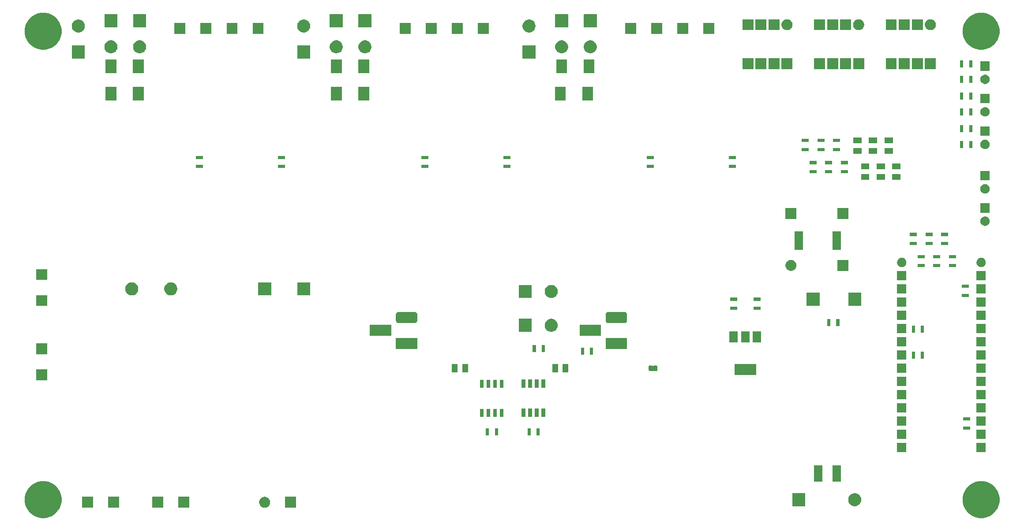
<source format=gbr>
G04 #@! TF.GenerationSoftware,KiCad,Pcbnew,(5.1.4)-1*
G04 #@! TF.CreationDate,2020-08-16T22:28:13+03:00*
G04 #@! TF.ProjectId,UAH_0,5541485f-302e-46b6-9963-61645f706362,rev?*
G04 #@! TF.SameCoordinates,Original*
G04 #@! TF.FileFunction,Soldermask,Bot*
G04 #@! TF.FilePolarity,Negative*
%FSLAX46Y46*%
G04 Gerber Fmt 4.6, Leading zero omitted, Abs format (unit mm)*
G04 Created by KiCad (PCBNEW (5.1.4)-1) date 2020-08-16 22:28:13*
%MOMM*%
%LPD*%
G04 APERTURE LIST*
%ADD10C,0.100000*%
G04 APERTURE END LIST*
D10*
G36*
X171250000Y-120250000D02*
G01*
X172750000Y-120250000D01*
X172750000Y-119250000D01*
X171250000Y-119250000D01*
X171250000Y-120250000D01*
G37*
X171250000Y-120250000D02*
X172750000Y-120250000D01*
X172750000Y-119250000D01*
X171250000Y-119250000D01*
X171250000Y-120250000D01*
G36*
X236035787Y-141585462D02*
G01*
X236035790Y-141585463D01*
X236035789Y-141585463D01*
X236682029Y-141853144D01*
X237263631Y-142241758D01*
X237758242Y-142736369D01*
X238146856Y-143317971D01*
X238146856Y-143317972D01*
X238414538Y-143964213D01*
X238551000Y-144650256D01*
X238551000Y-145349744D01*
X238414538Y-146035787D01*
X238414537Y-146035789D01*
X238146856Y-146682029D01*
X237758242Y-147263631D01*
X237263631Y-147758242D01*
X236682029Y-148146856D01*
X236225068Y-148336135D01*
X236035787Y-148414538D01*
X235349744Y-148551000D01*
X234650256Y-148551000D01*
X233964213Y-148414538D01*
X233774932Y-148336135D01*
X233317971Y-148146856D01*
X232736369Y-147758242D01*
X232241758Y-147263631D01*
X231853144Y-146682029D01*
X231585463Y-146035789D01*
X231585462Y-146035787D01*
X231449000Y-145349744D01*
X231449000Y-144650256D01*
X231585462Y-143964213D01*
X231853144Y-143317972D01*
X231853144Y-143317971D01*
X232241758Y-142736369D01*
X232736369Y-142241758D01*
X233317971Y-141853144D01*
X233964211Y-141585463D01*
X233964210Y-141585463D01*
X233964213Y-141585462D01*
X234650256Y-141449000D01*
X235349744Y-141449000D01*
X236035787Y-141585462D01*
X236035787Y-141585462D01*
G37*
G36*
X56035787Y-141585462D02*
G01*
X56035790Y-141585463D01*
X56035789Y-141585463D01*
X56682029Y-141853144D01*
X57263631Y-142241758D01*
X57758242Y-142736369D01*
X58146856Y-143317971D01*
X58146856Y-143317972D01*
X58414538Y-143964213D01*
X58551000Y-144650256D01*
X58551000Y-145349744D01*
X58414538Y-146035787D01*
X58414537Y-146035789D01*
X58146856Y-146682029D01*
X57758242Y-147263631D01*
X57263631Y-147758242D01*
X56682029Y-148146856D01*
X56225068Y-148336135D01*
X56035787Y-148414538D01*
X55349744Y-148551000D01*
X54650256Y-148551000D01*
X53964213Y-148414538D01*
X53774932Y-148336135D01*
X53317971Y-148146856D01*
X52736369Y-147758242D01*
X52241758Y-147263631D01*
X51853144Y-146682029D01*
X51585463Y-146035789D01*
X51585462Y-146035787D01*
X51449000Y-145349744D01*
X51449000Y-144650256D01*
X51585462Y-143964213D01*
X51853144Y-143317972D01*
X51853144Y-143317971D01*
X52241758Y-142736369D01*
X52736369Y-142241758D01*
X53317971Y-141853144D01*
X53964211Y-141585463D01*
X53964210Y-141585463D01*
X53964213Y-141585462D01*
X54650256Y-141449000D01*
X55349744Y-141449000D01*
X56035787Y-141585462D01*
X56035787Y-141585462D01*
G37*
G36*
X69551000Y-146551000D02*
G01*
X67449000Y-146551000D01*
X67449000Y-144449000D01*
X69551000Y-144449000D01*
X69551000Y-146551000D01*
X69551000Y-146551000D01*
G37*
G36*
X78051000Y-146551000D02*
G01*
X75949000Y-146551000D01*
X75949000Y-144449000D01*
X78051000Y-144449000D01*
X78051000Y-146551000D01*
X78051000Y-146551000D01*
G37*
G36*
X97806564Y-144489389D02*
G01*
X97997833Y-144568615D01*
X97997835Y-144568616D01*
X98097331Y-144635097D01*
X98169973Y-144683635D01*
X98316365Y-144830027D01*
X98431385Y-145002167D01*
X98510611Y-145193436D01*
X98551000Y-145396484D01*
X98551000Y-145603516D01*
X98510611Y-145806564D01*
X98442203Y-145971715D01*
X98431384Y-145997835D01*
X98316365Y-146169973D01*
X98169973Y-146316365D01*
X97997835Y-146431384D01*
X97997834Y-146431385D01*
X97997833Y-146431385D01*
X97806564Y-146510611D01*
X97603516Y-146551000D01*
X97396484Y-146551000D01*
X97193436Y-146510611D01*
X97002167Y-146431385D01*
X97002166Y-146431385D01*
X97002165Y-146431384D01*
X96830027Y-146316365D01*
X96683635Y-146169973D01*
X96568616Y-145997835D01*
X96557797Y-145971715D01*
X96489389Y-145806564D01*
X96449000Y-145603516D01*
X96449000Y-145396484D01*
X96489389Y-145193436D01*
X96568615Y-145002167D01*
X96683635Y-144830027D01*
X96830027Y-144683635D01*
X96902669Y-144635097D01*
X97002165Y-144568616D01*
X97002167Y-144568615D01*
X97193436Y-144489389D01*
X97396484Y-144449000D01*
X97603516Y-144449000D01*
X97806564Y-144489389D01*
X97806564Y-144489389D01*
G37*
G36*
X103551000Y-146551000D02*
G01*
X101449000Y-146551000D01*
X101449000Y-144449000D01*
X103551000Y-144449000D01*
X103551000Y-146551000D01*
X103551000Y-146551000D01*
G37*
G36*
X64551000Y-146551000D02*
G01*
X62449000Y-146551000D01*
X62449000Y-144449000D01*
X64551000Y-144449000D01*
X64551000Y-146551000D01*
X64551000Y-146551000D01*
G37*
G36*
X83051000Y-146551000D02*
G01*
X80949000Y-146551000D01*
X80949000Y-144449000D01*
X83051000Y-144449000D01*
X83051000Y-146551000D01*
X83051000Y-146551000D01*
G37*
G36*
X201251000Y-146251000D02*
G01*
X198749000Y-146251000D01*
X198749000Y-143749000D01*
X201251000Y-143749000D01*
X201251000Y-146251000D01*
X201251000Y-146251000D01*
G37*
G36*
X211114903Y-143797075D02*
G01*
X211342571Y-143891378D01*
X211547466Y-144028285D01*
X211721715Y-144202534D01*
X211858622Y-144407429D01*
X211952925Y-144635097D01*
X212001000Y-144876787D01*
X212001000Y-145123213D01*
X211952925Y-145364903D01*
X211858622Y-145592571D01*
X211721715Y-145797466D01*
X211547466Y-145971715D01*
X211342571Y-146108622D01*
X211342570Y-146108623D01*
X211342569Y-146108623D01*
X211114903Y-146202925D01*
X210873214Y-146251000D01*
X210626786Y-146251000D01*
X210385097Y-146202925D01*
X210157431Y-146108623D01*
X210157430Y-146108623D01*
X210157429Y-146108622D01*
X209952534Y-145971715D01*
X209778285Y-145797466D01*
X209641378Y-145592571D01*
X209547075Y-145364903D01*
X209499000Y-145123213D01*
X209499000Y-144876787D01*
X209547075Y-144635097D01*
X209641378Y-144407429D01*
X209778285Y-144202534D01*
X209952534Y-144028285D01*
X210157429Y-143891378D01*
X210385097Y-143797075D01*
X210626786Y-143749000D01*
X210873214Y-143749000D01*
X211114903Y-143797075D01*
X211114903Y-143797075D01*
G37*
G36*
X204551000Y-141551000D02*
G01*
X202949000Y-141551000D01*
X202949000Y-138449000D01*
X204551000Y-138449000D01*
X204551000Y-141551000D01*
X204551000Y-141551000D01*
G37*
G36*
X208051000Y-141551000D02*
G01*
X206449000Y-141551000D01*
X206449000Y-138449000D01*
X208051000Y-138449000D01*
X208051000Y-141551000D01*
X208051000Y-141551000D01*
G37*
G36*
X235901000Y-135901000D02*
G01*
X234099000Y-135901000D01*
X234099000Y-134099000D01*
X235901000Y-134099000D01*
X235901000Y-135901000D01*
X235901000Y-135901000D01*
G37*
G36*
X220661000Y-135901000D02*
G01*
X218859000Y-135901000D01*
X218859000Y-134099000D01*
X220661000Y-134099000D01*
X220661000Y-135901000D01*
X220661000Y-135901000D01*
G37*
G36*
X235901000Y-133361000D02*
G01*
X234099000Y-133361000D01*
X234099000Y-131559000D01*
X235901000Y-131559000D01*
X235901000Y-133361000D01*
X235901000Y-133361000D01*
G37*
G36*
X220661000Y-133361000D02*
G01*
X218859000Y-133361000D01*
X218859000Y-131559000D01*
X220661000Y-131559000D01*
X220661000Y-133361000D01*
X220661000Y-133361000D01*
G37*
G36*
X150301000Y-132676000D02*
G01*
X149699000Y-132676000D01*
X149699000Y-131324000D01*
X150301000Y-131324000D01*
X150301000Y-132676000D01*
X150301000Y-132676000D01*
G37*
G36*
X148551000Y-132676000D02*
G01*
X147949000Y-132676000D01*
X147949000Y-131324000D01*
X148551000Y-131324000D01*
X148551000Y-132676000D01*
X148551000Y-132676000D01*
G37*
G36*
X142301000Y-132676000D02*
G01*
X141699000Y-132676000D01*
X141699000Y-131324000D01*
X142301000Y-131324000D01*
X142301000Y-132676000D01*
X142301000Y-132676000D01*
G37*
G36*
X140551000Y-132676000D02*
G01*
X139949000Y-132676000D01*
X139949000Y-131324000D01*
X140551000Y-131324000D01*
X140551000Y-132676000D01*
X140551000Y-132676000D01*
G37*
G36*
X232926000Y-131551000D02*
G01*
X231574000Y-131551000D01*
X231574000Y-130949000D01*
X232926000Y-130949000D01*
X232926000Y-131551000D01*
X232926000Y-131551000D01*
G37*
G36*
X235901000Y-130821000D02*
G01*
X234099000Y-130821000D01*
X234099000Y-129019000D01*
X235901000Y-129019000D01*
X235901000Y-130821000D01*
X235901000Y-130821000D01*
G37*
G36*
X220661000Y-130821000D02*
G01*
X218859000Y-130821000D01*
X218859000Y-129019000D01*
X220661000Y-129019000D01*
X220661000Y-130821000D01*
X220661000Y-130821000D01*
G37*
G36*
X232926000Y-129801000D02*
G01*
X231574000Y-129801000D01*
X231574000Y-129199000D01*
X232926000Y-129199000D01*
X232926000Y-129801000D01*
X232926000Y-129801000D01*
G37*
G36*
X139545800Y-129125600D02*
G01*
X138834200Y-129125600D01*
X138834200Y-127550400D01*
X139545800Y-127550400D01*
X139545800Y-129125600D01*
X139545800Y-129125600D01*
G37*
G36*
X143355800Y-129125600D02*
G01*
X142644200Y-129125600D01*
X142644200Y-127550400D01*
X143355800Y-127550400D01*
X143355800Y-129125600D01*
X143355800Y-129125600D01*
G37*
G36*
X140815800Y-129125600D02*
G01*
X140104200Y-129125600D01*
X140104200Y-127550400D01*
X140815800Y-127550400D01*
X140815800Y-129125600D01*
X140815800Y-129125600D01*
G37*
G36*
X142085800Y-129125600D02*
G01*
X141374200Y-129125600D01*
X141374200Y-127550400D01*
X142085800Y-127550400D01*
X142085800Y-129125600D01*
X142085800Y-129125600D01*
G37*
G36*
X151355800Y-129081600D02*
G01*
X150644200Y-129081600D01*
X150644200Y-127506400D01*
X151355800Y-127506400D01*
X151355800Y-129081600D01*
X151355800Y-129081600D01*
G37*
G36*
X150085800Y-129081600D02*
G01*
X149374200Y-129081600D01*
X149374200Y-127506400D01*
X150085800Y-127506400D01*
X150085800Y-129081600D01*
X150085800Y-129081600D01*
G37*
G36*
X148815800Y-129081600D02*
G01*
X148104200Y-129081600D01*
X148104200Y-127506400D01*
X148815800Y-127506400D01*
X148815800Y-129081600D01*
X148815800Y-129081600D01*
G37*
G36*
X147545800Y-129081600D02*
G01*
X146834200Y-129081600D01*
X146834200Y-127506400D01*
X147545800Y-127506400D01*
X147545800Y-129081600D01*
X147545800Y-129081600D01*
G37*
G36*
X220661000Y-128281000D02*
G01*
X218859000Y-128281000D01*
X218859000Y-126479000D01*
X220661000Y-126479000D01*
X220661000Y-128281000D01*
X220661000Y-128281000D01*
G37*
G36*
X235901000Y-128281000D02*
G01*
X234099000Y-128281000D01*
X234099000Y-126479000D01*
X235901000Y-126479000D01*
X235901000Y-128281000D01*
X235901000Y-128281000D01*
G37*
G36*
X235901000Y-125741000D02*
G01*
X234099000Y-125741000D01*
X234099000Y-123939000D01*
X235901000Y-123939000D01*
X235901000Y-125741000D01*
X235901000Y-125741000D01*
G37*
G36*
X220661000Y-125741000D02*
G01*
X218859000Y-125741000D01*
X218859000Y-123939000D01*
X220661000Y-123939000D01*
X220661000Y-125741000D01*
X220661000Y-125741000D01*
G37*
G36*
X142085800Y-123537600D02*
G01*
X141374200Y-123537600D01*
X141374200Y-121962400D01*
X142085800Y-121962400D01*
X142085800Y-123537600D01*
X142085800Y-123537600D01*
G37*
G36*
X139545800Y-123537600D02*
G01*
X138834200Y-123537600D01*
X138834200Y-121962400D01*
X139545800Y-121962400D01*
X139545800Y-123537600D01*
X139545800Y-123537600D01*
G37*
G36*
X143355800Y-123537600D02*
G01*
X142644200Y-123537600D01*
X142644200Y-121962400D01*
X143355800Y-121962400D01*
X143355800Y-123537600D01*
X143355800Y-123537600D01*
G37*
G36*
X140815800Y-123537600D02*
G01*
X140104200Y-123537600D01*
X140104200Y-121962400D01*
X140815800Y-121962400D01*
X140815800Y-123537600D01*
X140815800Y-123537600D01*
G37*
G36*
X151355800Y-123493600D02*
G01*
X150644200Y-123493600D01*
X150644200Y-121918400D01*
X151355800Y-121918400D01*
X151355800Y-123493600D01*
X151355800Y-123493600D01*
G37*
G36*
X150085800Y-123493600D02*
G01*
X149374200Y-123493600D01*
X149374200Y-121918400D01*
X150085800Y-121918400D01*
X150085800Y-123493600D01*
X150085800Y-123493600D01*
G37*
G36*
X148815800Y-123493600D02*
G01*
X148104200Y-123493600D01*
X148104200Y-121918400D01*
X148815800Y-121918400D01*
X148815800Y-123493600D01*
X148815800Y-123493600D01*
G37*
G36*
X147545800Y-123493600D02*
G01*
X146834200Y-123493600D01*
X146834200Y-121918400D01*
X147545800Y-121918400D01*
X147545800Y-123493600D01*
X147545800Y-123493600D01*
G37*
G36*
X220661000Y-123201000D02*
G01*
X218859000Y-123201000D01*
X218859000Y-121399000D01*
X220661000Y-121399000D01*
X220661000Y-123201000D01*
X220661000Y-123201000D01*
G37*
G36*
X235901000Y-123201000D02*
G01*
X234099000Y-123201000D01*
X234099000Y-121399000D01*
X235901000Y-121399000D01*
X235901000Y-123201000D01*
X235901000Y-123201000D01*
G37*
G36*
X55801000Y-122051000D02*
G01*
X53699000Y-122051000D01*
X53699000Y-119949000D01*
X55801000Y-119949000D01*
X55801000Y-122051000D01*
X55801000Y-122051000D01*
G37*
G36*
X191801000Y-121051000D02*
G01*
X187699000Y-121051000D01*
X187699000Y-118949000D01*
X191801000Y-118949000D01*
X191801000Y-121051000D01*
X191801000Y-121051000D01*
G37*
G36*
X220661000Y-120661000D02*
G01*
X218859000Y-120661000D01*
X218859000Y-118859000D01*
X220661000Y-118859000D01*
X220661000Y-120661000D01*
X220661000Y-120661000D01*
G37*
G36*
X235901000Y-120661000D02*
G01*
X234099000Y-120661000D01*
X234099000Y-118859000D01*
X235901000Y-118859000D01*
X235901000Y-120661000D01*
X235901000Y-120661000D01*
G37*
G36*
X136551000Y-120551000D02*
G01*
X135449000Y-120551000D01*
X135449000Y-118949000D01*
X136551000Y-118949000D01*
X136551000Y-120551000D01*
X136551000Y-120551000D01*
G37*
G36*
X134551000Y-120551000D02*
G01*
X133449000Y-120551000D01*
X133449000Y-118949000D01*
X134551000Y-118949000D01*
X134551000Y-120551000D01*
X134551000Y-120551000D01*
G37*
G36*
X153801000Y-120551000D02*
G01*
X152699000Y-120551000D01*
X152699000Y-118949000D01*
X153801000Y-118949000D01*
X153801000Y-120551000D01*
X153801000Y-120551000D01*
G37*
G36*
X155801000Y-120551000D02*
G01*
X154699000Y-120551000D01*
X154699000Y-118949000D01*
X155801000Y-118949000D01*
X155801000Y-120551000D01*
X155801000Y-120551000D01*
G37*
G36*
X171559003Y-119203355D02*
G01*
X171587374Y-119211961D01*
X171615744Y-119220567D01*
X171668035Y-119248517D01*
X171713869Y-119286131D01*
X171751483Y-119331964D01*
X171751485Y-119331968D01*
X171751486Y-119331969D01*
X171779432Y-119384253D01*
X171796645Y-119440996D01*
X171801000Y-119485214D01*
X171801000Y-120014786D01*
X171796645Y-120059004D01*
X171796644Y-120059006D01*
X171779433Y-120115745D01*
X171751483Y-120168036D01*
X171713869Y-120213869D01*
X171668036Y-120251483D01*
X171668032Y-120251485D01*
X171668031Y-120251486D01*
X171615747Y-120279432D01*
X171615745Y-120279433D01*
X171587375Y-120288039D01*
X171559004Y-120296645D01*
X171500000Y-120302456D01*
X171440997Y-120296645D01*
X171412626Y-120288039D01*
X171384256Y-120279433D01*
X171384254Y-120279432D01*
X171331970Y-120251486D01*
X171331969Y-120251485D01*
X171331965Y-120251483D01*
X171286132Y-120213869D01*
X171248518Y-120168036D01*
X171220568Y-120115745D01*
X171203357Y-120059006D01*
X171203356Y-120059004D01*
X171199001Y-120014786D01*
X171199000Y-119485215D01*
X171203355Y-119440997D01*
X171220568Y-119384254D01*
X171248516Y-119331967D01*
X171248517Y-119331965D01*
X171286131Y-119286131D01*
X171331964Y-119248517D01*
X171331968Y-119248515D01*
X171331969Y-119248514D01*
X171384253Y-119220568D01*
X171384255Y-119220567D01*
X171412625Y-119211961D01*
X171440996Y-119203355D01*
X171500000Y-119197544D01*
X171559003Y-119203355D01*
X171559003Y-119203355D01*
G37*
G36*
X172559003Y-119203355D02*
G01*
X172587374Y-119211961D01*
X172615744Y-119220567D01*
X172668035Y-119248517D01*
X172713869Y-119286131D01*
X172751483Y-119331964D01*
X172751485Y-119331968D01*
X172751486Y-119331969D01*
X172779432Y-119384253D01*
X172796645Y-119440996D01*
X172801000Y-119485214D01*
X172801000Y-120014786D01*
X172796645Y-120059004D01*
X172796644Y-120059006D01*
X172779433Y-120115745D01*
X172751483Y-120168036D01*
X172713869Y-120213869D01*
X172668036Y-120251483D01*
X172668032Y-120251485D01*
X172668031Y-120251486D01*
X172615747Y-120279432D01*
X172615745Y-120279433D01*
X172587375Y-120288039D01*
X172559004Y-120296645D01*
X172500000Y-120302456D01*
X172440997Y-120296645D01*
X172412626Y-120288039D01*
X172384256Y-120279433D01*
X172384254Y-120279432D01*
X172331970Y-120251486D01*
X172331969Y-120251485D01*
X172331965Y-120251483D01*
X172286132Y-120213869D01*
X172248518Y-120168036D01*
X172220568Y-120115745D01*
X172203357Y-120059006D01*
X172203356Y-120059004D01*
X172199001Y-120014786D01*
X172199000Y-119485215D01*
X172203355Y-119440997D01*
X172220568Y-119384254D01*
X172248516Y-119331967D01*
X172248517Y-119331965D01*
X172286131Y-119286131D01*
X172331964Y-119248517D01*
X172331968Y-119248515D01*
X172331969Y-119248514D01*
X172384253Y-119220568D01*
X172384255Y-119220567D01*
X172412625Y-119211961D01*
X172440996Y-119203355D01*
X172500000Y-119197544D01*
X172559003Y-119203355D01*
X172559003Y-119203355D01*
G37*
G36*
X220661000Y-118121000D02*
G01*
X218859000Y-118121000D01*
X218859000Y-116319000D01*
X220661000Y-116319000D01*
X220661000Y-118121000D01*
X220661000Y-118121000D01*
G37*
G36*
X235901000Y-118121000D02*
G01*
X234099000Y-118121000D01*
X234099000Y-116319000D01*
X235901000Y-116319000D01*
X235901000Y-118121000D01*
X235901000Y-118121000D01*
G37*
G36*
X222301000Y-117926000D02*
G01*
X221699000Y-117926000D01*
X221699000Y-116574000D01*
X222301000Y-116574000D01*
X222301000Y-117926000D01*
X222301000Y-117926000D01*
G37*
G36*
X224051000Y-117926000D02*
G01*
X223449000Y-117926000D01*
X223449000Y-116574000D01*
X224051000Y-116574000D01*
X224051000Y-117926000D01*
X224051000Y-117926000D01*
G37*
G36*
X160551000Y-117176000D02*
G01*
X159949000Y-117176000D01*
X159949000Y-115824000D01*
X160551000Y-115824000D01*
X160551000Y-117176000D01*
X160551000Y-117176000D01*
G37*
G36*
X158801000Y-117176000D02*
G01*
X158199000Y-117176000D01*
X158199000Y-115824000D01*
X158801000Y-115824000D01*
X158801000Y-117176000D01*
X158801000Y-117176000D01*
G37*
G36*
X55801000Y-117051000D02*
G01*
X53699000Y-117051000D01*
X53699000Y-114949000D01*
X55801000Y-114949000D01*
X55801000Y-117051000D01*
X55801000Y-117051000D01*
G37*
G36*
X149551000Y-116676000D02*
G01*
X148949000Y-116676000D01*
X148949000Y-115324000D01*
X149551000Y-115324000D01*
X149551000Y-116676000D01*
X149551000Y-116676000D01*
G37*
G36*
X151301000Y-116676000D02*
G01*
X150699000Y-116676000D01*
X150699000Y-115324000D01*
X151301000Y-115324000D01*
X151301000Y-116676000D01*
X151301000Y-116676000D01*
G37*
G36*
X126801000Y-116051000D02*
G01*
X122699000Y-116051000D01*
X122699000Y-113949000D01*
X126801000Y-113949000D01*
X126801000Y-116051000D01*
X126801000Y-116051000D01*
G37*
G36*
X167051000Y-116051000D02*
G01*
X162949000Y-116051000D01*
X162949000Y-113949000D01*
X167051000Y-113949000D01*
X167051000Y-116051000D01*
X167051000Y-116051000D01*
G37*
G36*
X220661000Y-115581000D02*
G01*
X218859000Y-115581000D01*
X218859000Y-113779000D01*
X220661000Y-113779000D01*
X220661000Y-115581000D01*
X220661000Y-115581000D01*
G37*
G36*
X235901000Y-115581000D02*
G01*
X234099000Y-115581000D01*
X234099000Y-113779000D01*
X235901000Y-113779000D01*
X235901000Y-115581000D01*
X235901000Y-115581000D01*
G37*
G36*
X190551000Y-114801000D02*
G01*
X188949000Y-114801000D01*
X188949000Y-112699000D01*
X190551000Y-112699000D01*
X190551000Y-114801000D01*
X190551000Y-114801000D01*
G37*
G36*
X188301000Y-114801000D02*
G01*
X186699000Y-114801000D01*
X186699000Y-112699000D01*
X188301000Y-112699000D01*
X188301000Y-114801000D01*
X188301000Y-114801000D01*
G37*
G36*
X192801000Y-114801000D02*
G01*
X191199000Y-114801000D01*
X191199000Y-112699000D01*
X192801000Y-112699000D01*
X192801000Y-114801000D01*
X192801000Y-114801000D01*
G37*
G36*
X162051000Y-113551000D02*
G01*
X157949000Y-113551000D01*
X157949000Y-111449000D01*
X162051000Y-111449000D01*
X162051000Y-113551000D01*
X162051000Y-113551000D01*
G37*
G36*
X121801000Y-113551000D02*
G01*
X117699000Y-113551000D01*
X117699000Y-111449000D01*
X121801000Y-111449000D01*
X121801000Y-113551000D01*
X121801000Y-113551000D01*
G37*
G36*
X235901000Y-113041000D02*
G01*
X234099000Y-113041000D01*
X234099000Y-111239000D01*
X235901000Y-111239000D01*
X235901000Y-113041000D01*
X235901000Y-113041000D01*
G37*
G36*
X220661000Y-113041000D02*
G01*
X218859000Y-113041000D01*
X218859000Y-111239000D01*
X220661000Y-111239000D01*
X220661000Y-113041000D01*
X220661000Y-113041000D01*
G37*
G36*
X224051000Y-112926000D02*
G01*
X223449000Y-112926000D01*
X223449000Y-111574000D01*
X224051000Y-111574000D01*
X224051000Y-112926000D01*
X224051000Y-112926000D01*
G37*
G36*
X222301000Y-112926000D02*
G01*
X221699000Y-112926000D01*
X221699000Y-111574000D01*
X222301000Y-111574000D01*
X222301000Y-112926000D01*
X222301000Y-112926000D01*
G37*
G36*
X148751000Y-112751000D02*
G01*
X146249000Y-112751000D01*
X146249000Y-110249000D01*
X148751000Y-110249000D01*
X148751000Y-112751000D01*
X148751000Y-112751000D01*
G37*
G36*
X152864903Y-110297075D02*
G01*
X153092571Y-110391378D01*
X153297466Y-110528285D01*
X153471715Y-110702534D01*
X153471716Y-110702536D01*
X153608623Y-110907431D01*
X153668091Y-111051000D01*
X153702925Y-111135097D01*
X153751000Y-111376787D01*
X153751000Y-111623213D01*
X153702925Y-111864903D01*
X153608622Y-112092571D01*
X153471715Y-112297466D01*
X153297466Y-112471715D01*
X153092571Y-112608622D01*
X153092570Y-112608623D01*
X153092569Y-112608623D01*
X152864903Y-112702925D01*
X152623214Y-112751000D01*
X152376786Y-112751000D01*
X152135097Y-112702925D01*
X151907431Y-112608623D01*
X151907430Y-112608623D01*
X151907429Y-112608622D01*
X151702534Y-112471715D01*
X151528285Y-112297466D01*
X151391378Y-112092571D01*
X151297075Y-111864903D01*
X151249000Y-111623213D01*
X151249000Y-111376787D01*
X151297075Y-111135097D01*
X151331909Y-111051000D01*
X151391377Y-110907431D01*
X151528284Y-110702536D01*
X151528285Y-110702534D01*
X151702534Y-110528285D01*
X151907429Y-110391378D01*
X152135097Y-110297075D01*
X152376786Y-110249000D01*
X152623214Y-110249000D01*
X152864903Y-110297075D01*
X152864903Y-110297075D01*
G37*
G36*
X207801000Y-111676000D02*
G01*
X207199000Y-111676000D01*
X207199000Y-110324000D01*
X207801000Y-110324000D01*
X207801000Y-111676000D01*
X207801000Y-111676000D01*
G37*
G36*
X206051000Y-111676000D02*
G01*
X205449000Y-111676000D01*
X205449000Y-110324000D01*
X206051000Y-110324000D01*
X206051000Y-111676000D01*
X206051000Y-111676000D01*
G37*
G36*
X126428210Y-108958489D02*
G01*
X126514950Y-108984802D01*
X126594889Y-109027530D01*
X126664962Y-109085038D01*
X126722470Y-109155111D01*
X126765198Y-109235050D01*
X126791511Y-109321790D01*
X126801000Y-109418140D01*
X126801000Y-110581860D01*
X126791511Y-110678210D01*
X126765198Y-110764950D01*
X126722470Y-110844889D01*
X126664962Y-110914962D01*
X126594889Y-110972470D01*
X126514950Y-111015198D01*
X126428210Y-111041511D01*
X126331860Y-111051000D01*
X123168140Y-111051000D01*
X123071790Y-111041511D01*
X122985050Y-111015198D01*
X122905111Y-110972470D01*
X122835038Y-110914962D01*
X122777530Y-110844889D01*
X122734802Y-110764950D01*
X122708489Y-110678210D01*
X122699000Y-110581860D01*
X122699000Y-109418140D01*
X122708489Y-109321790D01*
X122734802Y-109235050D01*
X122777530Y-109155111D01*
X122835038Y-109085038D01*
X122905111Y-109027530D01*
X122985050Y-108984802D01*
X123071790Y-108958489D01*
X123168140Y-108949000D01*
X126331860Y-108949000D01*
X126428210Y-108958489D01*
X126428210Y-108958489D01*
G37*
G36*
X166678210Y-108958489D02*
G01*
X166764950Y-108984802D01*
X166844889Y-109027530D01*
X166914962Y-109085038D01*
X166972470Y-109155111D01*
X167015198Y-109235050D01*
X167041511Y-109321790D01*
X167051000Y-109418140D01*
X167051000Y-110581860D01*
X167041511Y-110678210D01*
X167015198Y-110764950D01*
X166972470Y-110844889D01*
X166914962Y-110914962D01*
X166844889Y-110972470D01*
X166764950Y-111015198D01*
X166678210Y-111041511D01*
X166581860Y-111051000D01*
X163418140Y-111051000D01*
X163321790Y-111041511D01*
X163235050Y-111015198D01*
X163155111Y-110972470D01*
X163085038Y-110914962D01*
X163027530Y-110844889D01*
X162984802Y-110764950D01*
X162958489Y-110678210D01*
X162949000Y-110581860D01*
X162949000Y-109418140D01*
X162958489Y-109321790D01*
X162984802Y-109235050D01*
X163027530Y-109155111D01*
X163085038Y-109085038D01*
X163155111Y-109027530D01*
X163235050Y-108984802D01*
X163321790Y-108958489D01*
X163418140Y-108949000D01*
X166581860Y-108949000D01*
X166678210Y-108958489D01*
X166678210Y-108958489D01*
G37*
G36*
X220661000Y-110501000D02*
G01*
X218859000Y-110501000D01*
X218859000Y-108699000D01*
X220661000Y-108699000D01*
X220661000Y-110501000D01*
X220661000Y-110501000D01*
G37*
G36*
X235901000Y-110501000D02*
G01*
X234099000Y-110501000D01*
X234099000Y-108699000D01*
X235901000Y-108699000D01*
X235901000Y-110501000D01*
X235901000Y-110501000D01*
G37*
G36*
X192676000Y-108551000D02*
G01*
X191324000Y-108551000D01*
X191324000Y-107949000D01*
X192676000Y-107949000D01*
X192676000Y-108551000D01*
X192676000Y-108551000D01*
G37*
G36*
X188176000Y-108551000D02*
G01*
X186824000Y-108551000D01*
X186824000Y-107949000D01*
X188176000Y-107949000D01*
X188176000Y-108551000D01*
X188176000Y-108551000D01*
G37*
G36*
X220661000Y-107961000D02*
G01*
X218859000Y-107961000D01*
X218859000Y-106159000D01*
X220661000Y-106159000D01*
X220661000Y-107961000D01*
X220661000Y-107961000D01*
G37*
G36*
X235901000Y-107961000D02*
G01*
X234099000Y-107961000D01*
X234099000Y-106159000D01*
X235901000Y-106159000D01*
X235901000Y-107961000D01*
X235901000Y-107961000D01*
G37*
G36*
X55801000Y-107801000D02*
G01*
X53699000Y-107801000D01*
X53699000Y-105699000D01*
X55801000Y-105699000D01*
X55801000Y-107801000D01*
X55801000Y-107801000D01*
G37*
G36*
X212001000Y-107751000D02*
G01*
X209499000Y-107751000D01*
X209499000Y-105249000D01*
X212001000Y-105249000D01*
X212001000Y-107751000D01*
X212001000Y-107751000D01*
G37*
G36*
X204001000Y-107751000D02*
G01*
X201499000Y-107751000D01*
X201499000Y-105249000D01*
X204001000Y-105249000D01*
X204001000Y-107751000D01*
X204001000Y-107751000D01*
G37*
G36*
X192676000Y-106801000D02*
G01*
X191324000Y-106801000D01*
X191324000Y-106199000D01*
X192676000Y-106199000D01*
X192676000Y-106801000D01*
X192676000Y-106801000D01*
G37*
G36*
X188176000Y-106801000D02*
G01*
X186824000Y-106801000D01*
X186824000Y-106199000D01*
X188176000Y-106199000D01*
X188176000Y-106801000D01*
X188176000Y-106801000D01*
G37*
G36*
X148751000Y-106251000D02*
G01*
X146249000Y-106251000D01*
X146249000Y-103749000D01*
X148751000Y-103749000D01*
X148751000Y-106251000D01*
X148751000Y-106251000D01*
G37*
G36*
X152864903Y-103797075D02*
G01*
X153092571Y-103891378D01*
X153297466Y-104028285D01*
X153471715Y-104202534D01*
X153608622Y-104407429D01*
X153608623Y-104407431D01*
X153702925Y-104635097D01*
X153751000Y-104876786D01*
X153751000Y-105123214D01*
X153716339Y-105297464D01*
X153702925Y-105364903D01*
X153608622Y-105592571D01*
X153471715Y-105797466D01*
X153297466Y-105971715D01*
X153092571Y-106108622D01*
X153092570Y-106108623D01*
X153092569Y-106108623D01*
X152864903Y-106202925D01*
X152623214Y-106251000D01*
X152376786Y-106251000D01*
X152135097Y-106202925D01*
X151907431Y-106108623D01*
X151907430Y-106108623D01*
X151907429Y-106108622D01*
X151702534Y-105971715D01*
X151528285Y-105797466D01*
X151391378Y-105592571D01*
X151297075Y-105364903D01*
X151283661Y-105297464D01*
X151249000Y-105123214D01*
X151249000Y-104876786D01*
X151297075Y-104635097D01*
X151391377Y-104407431D01*
X151391378Y-104407429D01*
X151528285Y-104202534D01*
X151702534Y-104028285D01*
X151907429Y-103891378D01*
X152135097Y-103797075D01*
X152376786Y-103749000D01*
X152623214Y-103749000D01*
X152864903Y-103797075D01*
X152864903Y-103797075D01*
G37*
G36*
X232676000Y-106051000D02*
G01*
X231324000Y-106051000D01*
X231324000Y-105449000D01*
X232676000Y-105449000D01*
X232676000Y-106051000D01*
X232676000Y-106051000D01*
G37*
G36*
X79864903Y-103297075D02*
G01*
X80092571Y-103391378D01*
X80297466Y-103528285D01*
X80471715Y-103702534D01*
X80597896Y-103891377D01*
X80608623Y-103907431D01*
X80702925Y-104135097D01*
X80751000Y-104376786D01*
X80751000Y-104623214D01*
X80702925Y-104864903D01*
X80698003Y-104876787D01*
X80608622Y-105092571D01*
X80471715Y-105297466D01*
X80297466Y-105471715D01*
X80092571Y-105608622D01*
X80092570Y-105608623D01*
X80092569Y-105608623D01*
X79864903Y-105702925D01*
X79623214Y-105751000D01*
X79376786Y-105751000D01*
X79135097Y-105702925D01*
X78907431Y-105608623D01*
X78907430Y-105608623D01*
X78907429Y-105608622D01*
X78702534Y-105471715D01*
X78528285Y-105297466D01*
X78391378Y-105092571D01*
X78301998Y-104876787D01*
X78297075Y-104864903D01*
X78249000Y-104623214D01*
X78249000Y-104376786D01*
X78297075Y-104135097D01*
X78391377Y-103907431D01*
X78402104Y-103891377D01*
X78528285Y-103702534D01*
X78702534Y-103528285D01*
X78907429Y-103391378D01*
X79135097Y-103297075D01*
X79376786Y-103249000D01*
X79623214Y-103249000D01*
X79864903Y-103297075D01*
X79864903Y-103297075D01*
G37*
G36*
X72364903Y-103297075D02*
G01*
X72592571Y-103391378D01*
X72797466Y-103528285D01*
X72971715Y-103702534D01*
X73097896Y-103891377D01*
X73108623Y-103907431D01*
X73202925Y-104135097D01*
X73251000Y-104376786D01*
X73251000Y-104623214D01*
X73202925Y-104864903D01*
X73198003Y-104876787D01*
X73108622Y-105092571D01*
X72971715Y-105297466D01*
X72797466Y-105471715D01*
X72592571Y-105608622D01*
X72592570Y-105608623D01*
X72592569Y-105608623D01*
X72364903Y-105702925D01*
X72123214Y-105751000D01*
X71876786Y-105751000D01*
X71635097Y-105702925D01*
X71407431Y-105608623D01*
X71407430Y-105608623D01*
X71407429Y-105608622D01*
X71202534Y-105471715D01*
X71028285Y-105297466D01*
X70891378Y-105092571D01*
X70801998Y-104876787D01*
X70797075Y-104864903D01*
X70749000Y-104623214D01*
X70749000Y-104376786D01*
X70797075Y-104135097D01*
X70891377Y-103907431D01*
X70902104Y-103891377D01*
X71028285Y-103702534D01*
X71202534Y-103528285D01*
X71407429Y-103391378D01*
X71635097Y-103297075D01*
X71876786Y-103249000D01*
X72123214Y-103249000D01*
X72364903Y-103297075D01*
X72364903Y-103297075D01*
G37*
G36*
X106251000Y-105751000D02*
G01*
X103749000Y-105751000D01*
X103749000Y-103249000D01*
X106251000Y-103249000D01*
X106251000Y-105751000D01*
X106251000Y-105751000D01*
G37*
G36*
X98751000Y-105751000D02*
G01*
X96249000Y-105751000D01*
X96249000Y-103249000D01*
X98751000Y-103249000D01*
X98751000Y-105751000D01*
X98751000Y-105751000D01*
G37*
G36*
X235901000Y-105421000D02*
G01*
X234099000Y-105421000D01*
X234099000Y-103619000D01*
X235901000Y-103619000D01*
X235901000Y-105421000D01*
X235901000Y-105421000D01*
G37*
G36*
X220661000Y-105421000D02*
G01*
X218859000Y-105421000D01*
X218859000Y-103619000D01*
X220661000Y-103619000D01*
X220661000Y-105421000D01*
X220661000Y-105421000D01*
G37*
G36*
X232676000Y-104301000D02*
G01*
X231324000Y-104301000D01*
X231324000Y-103699000D01*
X232676000Y-103699000D01*
X232676000Y-104301000D01*
X232676000Y-104301000D01*
G37*
G36*
X220661000Y-102881000D02*
G01*
X218859000Y-102881000D01*
X218859000Y-101079000D01*
X220661000Y-101079000D01*
X220661000Y-102881000D01*
X220661000Y-102881000D01*
G37*
G36*
X235901000Y-102881000D02*
G01*
X234099000Y-102881000D01*
X234099000Y-101079000D01*
X235901000Y-101079000D01*
X235901000Y-102881000D01*
X235901000Y-102881000D01*
G37*
G36*
X55801000Y-102801000D02*
G01*
X53699000Y-102801000D01*
X53699000Y-100699000D01*
X55801000Y-100699000D01*
X55801000Y-102801000D01*
X55801000Y-102801000D01*
G37*
G36*
X209551000Y-101051000D02*
G01*
X207449000Y-101051000D01*
X207449000Y-98949000D01*
X209551000Y-98949000D01*
X209551000Y-101051000D01*
X209551000Y-101051000D01*
G37*
G36*
X198806564Y-98989389D02*
G01*
X198997833Y-99068615D01*
X198997835Y-99068616D01*
X199160324Y-99177188D01*
X199169973Y-99183635D01*
X199316365Y-99330027D01*
X199431385Y-99502167D01*
X199510611Y-99693436D01*
X199551000Y-99896484D01*
X199551000Y-100103516D01*
X199510611Y-100306564D01*
X199496347Y-100341000D01*
X199431384Y-100497835D01*
X199316365Y-100669973D01*
X199169973Y-100816365D01*
X198997835Y-100931384D01*
X198997834Y-100931385D01*
X198997833Y-100931385D01*
X198806564Y-101010611D01*
X198603516Y-101051000D01*
X198396484Y-101051000D01*
X198193436Y-101010611D01*
X198002167Y-100931385D01*
X198002166Y-100931385D01*
X198002165Y-100931384D01*
X197830027Y-100816365D01*
X197683635Y-100669973D01*
X197568616Y-100497835D01*
X197503653Y-100341000D01*
X197489389Y-100306564D01*
X197449000Y-100103516D01*
X197449000Y-99896484D01*
X197489389Y-99693436D01*
X197568615Y-99502167D01*
X197683635Y-99330027D01*
X197830027Y-99183635D01*
X197839676Y-99177188D01*
X198002165Y-99068616D01*
X198002167Y-99068615D01*
X198193436Y-98989389D01*
X198396484Y-98949000D01*
X198603516Y-98949000D01*
X198806564Y-98989389D01*
X198806564Y-98989389D01*
G37*
G36*
X224176000Y-100351000D02*
G01*
X222824000Y-100351000D01*
X222824000Y-99749000D01*
X224176000Y-99749000D01*
X224176000Y-100351000D01*
X224176000Y-100351000D01*
G37*
G36*
X227176000Y-100351000D02*
G01*
X225824000Y-100351000D01*
X225824000Y-99749000D01*
X227176000Y-99749000D01*
X227176000Y-100351000D01*
X227176000Y-100351000D01*
G37*
G36*
X230176000Y-100351000D02*
G01*
X228824000Y-100351000D01*
X228824000Y-99749000D01*
X230176000Y-99749000D01*
X230176000Y-100351000D01*
X230176000Y-100351000D01*
G37*
G36*
X219873512Y-98543927D02*
G01*
X220022812Y-98573624D01*
X220186784Y-98641544D01*
X220334354Y-98740147D01*
X220459853Y-98865646D01*
X220558456Y-99013216D01*
X220626376Y-99177188D01*
X220661000Y-99351259D01*
X220661000Y-99528741D01*
X220626376Y-99702812D01*
X220558456Y-99866784D01*
X220459853Y-100014354D01*
X220334354Y-100139853D01*
X220186784Y-100238456D01*
X220022812Y-100306376D01*
X219873512Y-100336073D01*
X219848742Y-100341000D01*
X219671258Y-100341000D01*
X219646488Y-100336073D01*
X219497188Y-100306376D01*
X219333216Y-100238456D01*
X219185646Y-100139853D01*
X219060147Y-100014354D01*
X218961544Y-99866784D01*
X218893624Y-99702812D01*
X218859000Y-99528741D01*
X218859000Y-99351259D01*
X218893624Y-99177188D01*
X218961544Y-99013216D01*
X219060147Y-98865646D01*
X219185646Y-98740147D01*
X219333216Y-98641544D01*
X219497188Y-98573624D01*
X219646488Y-98543927D01*
X219671258Y-98539000D01*
X219848742Y-98539000D01*
X219873512Y-98543927D01*
X219873512Y-98543927D01*
G37*
G36*
X235113512Y-98543927D02*
G01*
X235262812Y-98573624D01*
X235426784Y-98641544D01*
X235574354Y-98740147D01*
X235699853Y-98865646D01*
X235798456Y-99013216D01*
X235866376Y-99177188D01*
X235901000Y-99351259D01*
X235901000Y-99528741D01*
X235866376Y-99702812D01*
X235798456Y-99866784D01*
X235699853Y-100014354D01*
X235574354Y-100139853D01*
X235426784Y-100238456D01*
X235262812Y-100306376D01*
X235113512Y-100336073D01*
X235088742Y-100341000D01*
X234911258Y-100341000D01*
X234886488Y-100336073D01*
X234737188Y-100306376D01*
X234573216Y-100238456D01*
X234425646Y-100139853D01*
X234300147Y-100014354D01*
X234201544Y-99866784D01*
X234133624Y-99702812D01*
X234099000Y-99528741D01*
X234099000Y-99351259D01*
X234133624Y-99177188D01*
X234201544Y-99013216D01*
X234300147Y-98865646D01*
X234425646Y-98740147D01*
X234573216Y-98641544D01*
X234737188Y-98573624D01*
X234886488Y-98543927D01*
X234911258Y-98539000D01*
X235088742Y-98539000D01*
X235113512Y-98543927D01*
X235113512Y-98543927D01*
G37*
G36*
X230176000Y-98601000D02*
G01*
X228824000Y-98601000D01*
X228824000Y-97999000D01*
X230176000Y-97999000D01*
X230176000Y-98601000D01*
X230176000Y-98601000D01*
G37*
G36*
X227176000Y-98601000D02*
G01*
X225824000Y-98601000D01*
X225824000Y-97999000D01*
X227176000Y-97999000D01*
X227176000Y-98601000D01*
X227176000Y-98601000D01*
G37*
G36*
X224176000Y-98601000D02*
G01*
X222824000Y-98601000D01*
X222824000Y-97999000D01*
X224176000Y-97999000D01*
X224176000Y-98601000D01*
X224176000Y-98601000D01*
G37*
G36*
X200801000Y-97051000D02*
G01*
X199199000Y-97051000D01*
X199199000Y-93449000D01*
X200801000Y-93449000D01*
X200801000Y-97051000D01*
X200801000Y-97051000D01*
G37*
G36*
X208051000Y-97051000D02*
G01*
X206449000Y-97051000D01*
X206449000Y-93449000D01*
X208051000Y-93449000D01*
X208051000Y-97051000D01*
X208051000Y-97051000D01*
G37*
G36*
X228676000Y-96101000D02*
G01*
X227324000Y-96101000D01*
X227324000Y-95499000D01*
X228676000Y-95499000D01*
X228676000Y-96101000D01*
X228676000Y-96101000D01*
G37*
G36*
X222676000Y-96101000D02*
G01*
X221324000Y-96101000D01*
X221324000Y-95499000D01*
X222676000Y-95499000D01*
X222676000Y-96101000D01*
X222676000Y-96101000D01*
G37*
G36*
X225676000Y-96101000D02*
G01*
X224324000Y-96101000D01*
X224324000Y-95499000D01*
X225676000Y-95499000D01*
X225676000Y-96101000D01*
X225676000Y-96101000D01*
G37*
G36*
X222676000Y-94351000D02*
G01*
X221324000Y-94351000D01*
X221324000Y-93749000D01*
X222676000Y-93749000D01*
X222676000Y-94351000D01*
X222676000Y-94351000D01*
G37*
G36*
X225676000Y-94351000D02*
G01*
X224324000Y-94351000D01*
X224324000Y-93749000D01*
X225676000Y-93749000D01*
X225676000Y-94351000D01*
X225676000Y-94351000D01*
G37*
G36*
X228676000Y-94351000D02*
G01*
X227324000Y-94351000D01*
X227324000Y-93749000D01*
X228676000Y-93749000D01*
X228676000Y-94351000D01*
X228676000Y-94351000D01*
G37*
G36*
X235863512Y-90603927D02*
G01*
X236012812Y-90633624D01*
X236176784Y-90701544D01*
X236324354Y-90800147D01*
X236449853Y-90925646D01*
X236548456Y-91073216D01*
X236616376Y-91237188D01*
X236651000Y-91411259D01*
X236651000Y-91588741D01*
X236616376Y-91762812D01*
X236548456Y-91926784D01*
X236449853Y-92074354D01*
X236324354Y-92199853D01*
X236176784Y-92298456D01*
X236012812Y-92366376D01*
X235863512Y-92396073D01*
X235838742Y-92401000D01*
X235661258Y-92401000D01*
X235636488Y-92396073D01*
X235487188Y-92366376D01*
X235323216Y-92298456D01*
X235175646Y-92199853D01*
X235050147Y-92074354D01*
X234951544Y-91926784D01*
X234883624Y-91762812D01*
X234849000Y-91588741D01*
X234849000Y-91411259D01*
X234883624Y-91237188D01*
X234951544Y-91073216D01*
X235050147Y-90925646D01*
X235175646Y-90800147D01*
X235323216Y-90701544D01*
X235487188Y-90633624D01*
X235636488Y-90603927D01*
X235661258Y-90599000D01*
X235838742Y-90599000D01*
X235863512Y-90603927D01*
X235863512Y-90603927D01*
G37*
G36*
X209551000Y-91051000D02*
G01*
X207449000Y-91051000D01*
X207449000Y-88949000D01*
X209551000Y-88949000D01*
X209551000Y-91051000D01*
X209551000Y-91051000D01*
G37*
G36*
X199551000Y-91051000D02*
G01*
X197449000Y-91051000D01*
X197449000Y-88949000D01*
X199551000Y-88949000D01*
X199551000Y-91051000D01*
X199551000Y-91051000D01*
G37*
G36*
X236651000Y-89861000D02*
G01*
X234849000Y-89861000D01*
X234849000Y-88059000D01*
X236651000Y-88059000D01*
X236651000Y-89861000D01*
X236651000Y-89861000D01*
G37*
G36*
X235863512Y-84393927D02*
G01*
X236012812Y-84423624D01*
X236176784Y-84491544D01*
X236324354Y-84590147D01*
X236449853Y-84715646D01*
X236548456Y-84863216D01*
X236616376Y-85027188D01*
X236651000Y-85201259D01*
X236651000Y-85378741D01*
X236616376Y-85552812D01*
X236548456Y-85716784D01*
X236449853Y-85864354D01*
X236324354Y-85989853D01*
X236176784Y-86088456D01*
X236012812Y-86156376D01*
X235863512Y-86186073D01*
X235838742Y-86191000D01*
X235661258Y-86191000D01*
X235636488Y-86186073D01*
X235487188Y-86156376D01*
X235323216Y-86088456D01*
X235175646Y-85989853D01*
X235050147Y-85864354D01*
X234951544Y-85716784D01*
X234883624Y-85552812D01*
X234849000Y-85378741D01*
X234849000Y-85201259D01*
X234883624Y-85027188D01*
X234951544Y-84863216D01*
X235050147Y-84715646D01*
X235175646Y-84590147D01*
X235323216Y-84491544D01*
X235487188Y-84423624D01*
X235636488Y-84393927D01*
X235661258Y-84389000D01*
X235838742Y-84389000D01*
X235863512Y-84393927D01*
X235863512Y-84393927D01*
G37*
G36*
X236651000Y-83651000D02*
G01*
X234849000Y-83651000D01*
X234849000Y-81849000D01*
X236651000Y-81849000D01*
X236651000Y-83651000D01*
X236651000Y-83651000D01*
G37*
G36*
X213551000Y-83551000D02*
G01*
X211949000Y-83551000D01*
X211949000Y-82449000D01*
X213551000Y-82449000D01*
X213551000Y-83551000D01*
X213551000Y-83551000D01*
G37*
G36*
X219551000Y-83551000D02*
G01*
X217949000Y-83551000D01*
X217949000Y-82449000D01*
X219551000Y-82449000D01*
X219551000Y-83551000D01*
X219551000Y-83551000D01*
G37*
G36*
X216551000Y-83551000D02*
G01*
X214949000Y-83551000D01*
X214949000Y-82449000D01*
X216551000Y-82449000D01*
X216551000Y-83551000D01*
X216551000Y-83551000D01*
G37*
G36*
X209426000Y-82301000D02*
G01*
X208074000Y-82301000D01*
X208074000Y-81699000D01*
X209426000Y-81699000D01*
X209426000Y-82301000D01*
X209426000Y-82301000D01*
G37*
G36*
X203426000Y-82301000D02*
G01*
X202074000Y-82301000D01*
X202074000Y-81699000D01*
X203426000Y-81699000D01*
X203426000Y-82301000D01*
X203426000Y-82301000D01*
G37*
G36*
X206426000Y-82301000D02*
G01*
X205074000Y-82301000D01*
X205074000Y-81699000D01*
X206426000Y-81699000D01*
X206426000Y-82301000D01*
X206426000Y-82301000D01*
G37*
G36*
X213551000Y-81551000D02*
G01*
X211949000Y-81551000D01*
X211949000Y-80449000D01*
X213551000Y-80449000D01*
X213551000Y-81551000D01*
X213551000Y-81551000D01*
G37*
G36*
X216551000Y-81551000D02*
G01*
X214949000Y-81551000D01*
X214949000Y-80449000D01*
X216551000Y-80449000D01*
X216551000Y-81551000D01*
X216551000Y-81551000D01*
G37*
G36*
X219551000Y-81551000D02*
G01*
X217949000Y-81551000D01*
X217949000Y-80449000D01*
X219551000Y-80449000D01*
X219551000Y-81551000D01*
X219551000Y-81551000D01*
G37*
G36*
X187926000Y-81301000D02*
G01*
X186574000Y-81301000D01*
X186574000Y-80699000D01*
X187926000Y-80699000D01*
X187926000Y-81301000D01*
X187926000Y-81301000D01*
G37*
G36*
X172176000Y-81301000D02*
G01*
X170824000Y-81301000D01*
X170824000Y-80699000D01*
X172176000Y-80699000D01*
X172176000Y-81301000D01*
X172176000Y-81301000D01*
G37*
G36*
X101426000Y-81301000D02*
G01*
X100074000Y-81301000D01*
X100074000Y-80699000D01*
X101426000Y-80699000D01*
X101426000Y-81301000D01*
X101426000Y-81301000D01*
G37*
G36*
X128926000Y-81301000D02*
G01*
X127574000Y-81301000D01*
X127574000Y-80699000D01*
X128926000Y-80699000D01*
X128926000Y-81301000D01*
X128926000Y-81301000D01*
G37*
G36*
X144676000Y-81301000D02*
G01*
X143324000Y-81301000D01*
X143324000Y-80699000D01*
X144676000Y-80699000D01*
X144676000Y-81301000D01*
X144676000Y-81301000D01*
G37*
G36*
X85676000Y-81301000D02*
G01*
X84324000Y-81301000D01*
X84324000Y-80699000D01*
X85676000Y-80699000D01*
X85676000Y-81301000D01*
X85676000Y-81301000D01*
G37*
G36*
X203426000Y-80551000D02*
G01*
X202074000Y-80551000D01*
X202074000Y-79949000D01*
X203426000Y-79949000D01*
X203426000Y-80551000D01*
X203426000Y-80551000D01*
G37*
G36*
X209426000Y-80551000D02*
G01*
X208074000Y-80551000D01*
X208074000Y-79949000D01*
X209426000Y-79949000D01*
X209426000Y-80551000D01*
X209426000Y-80551000D01*
G37*
G36*
X206426000Y-80551000D02*
G01*
X205074000Y-80551000D01*
X205074000Y-79949000D01*
X206426000Y-79949000D01*
X206426000Y-80551000D01*
X206426000Y-80551000D01*
G37*
G36*
X172176000Y-79551000D02*
G01*
X170824000Y-79551000D01*
X170824000Y-78949000D01*
X172176000Y-78949000D01*
X172176000Y-79551000D01*
X172176000Y-79551000D01*
G37*
G36*
X144676000Y-79551000D02*
G01*
X143324000Y-79551000D01*
X143324000Y-78949000D01*
X144676000Y-78949000D01*
X144676000Y-79551000D01*
X144676000Y-79551000D01*
G37*
G36*
X128926000Y-79551000D02*
G01*
X127574000Y-79551000D01*
X127574000Y-78949000D01*
X128926000Y-78949000D01*
X128926000Y-79551000D01*
X128926000Y-79551000D01*
G37*
G36*
X187926000Y-79551000D02*
G01*
X186574000Y-79551000D01*
X186574000Y-78949000D01*
X187926000Y-78949000D01*
X187926000Y-79551000D01*
X187926000Y-79551000D01*
G37*
G36*
X101426000Y-79551000D02*
G01*
X100074000Y-79551000D01*
X100074000Y-78949000D01*
X101426000Y-78949000D01*
X101426000Y-79551000D01*
X101426000Y-79551000D01*
G37*
G36*
X85676000Y-79551000D02*
G01*
X84324000Y-79551000D01*
X84324000Y-78949000D01*
X85676000Y-78949000D01*
X85676000Y-79551000D01*
X85676000Y-79551000D01*
G37*
G36*
X215051000Y-78551000D02*
G01*
X213449000Y-78551000D01*
X213449000Y-77449000D01*
X215051000Y-77449000D01*
X215051000Y-78551000D01*
X215051000Y-78551000D01*
G37*
G36*
X218051000Y-78551000D02*
G01*
X216449000Y-78551000D01*
X216449000Y-77449000D01*
X218051000Y-77449000D01*
X218051000Y-78551000D01*
X218051000Y-78551000D01*
G37*
G36*
X212051000Y-78551000D02*
G01*
X210449000Y-78551000D01*
X210449000Y-77449000D01*
X212051000Y-77449000D01*
X212051000Y-78551000D01*
X212051000Y-78551000D01*
G37*
G36*
X201926000Y-78051000D02*
G01*
X200574000Y-78051000D01*
X200574000Y-77449000D01*
X201926000Y-77449000D01*
X201926000Y-78051000D01*
X201926000Y-78051000D01*
G37*
G36*
X204926000Y-78051000D02*
G01*
X203574000Y-78051000D01*
X203574000Y-77449000D01*
X204926000Y-77449000D01*
X204926000Y-78051000D01*
X204926000Y-78051000D01*
G37*
G36*
X207926000Y-78051000D02*
G01*
X206574000Y-78051000D01*
X206574000Y-77449000D01*
X207926000Y-77449000D01*
X207926000Y-78051000D01*
X207926000Y-78051000D01*
G37*
G36*
X235863512Y-75853927D02*
G01*
X236012812Y-75883624D01*
X236176784Y-75951544D01*
X236324354Y-76050147D01*
X236449853Y-76175646D01*
X236548456Y-76323216D01*
X236616376Y-76487188D01*
X236651000Y-76661259D01*
X236651000Y-76838741D01*
X236616376Y-77012812D01*
X236548456Y-77176784D01*
X236449853Y-77324354D01*
X236324354Y-77449853D01*
X236176784Y-77548456D01*
X236012812Y-77616376D01*
X235863512Y-77646073D01*
X235838742Y-77651000D01*
X235661258Y-77651000D01*
X235636488Y-77646073D01*
X235487188Y-77616376D01*
X235323216Y-77548456D01*
X235175646Y-77449853D01*
X235050147Y-77324354D01*
X234951544Y-77176784D01*
X234883624Y-77012812D01*
X234849000Y-76838741D01*
X234849000Y-76661259D01*
X234883624Y-76487188D01*
X234951544Y-76323216D01*
X235050147Y-76175646D01*
X235175646Y-76050147D01*
X235323216Y-75951544D01*
X235487188Y-75883624D01*
X235636488Y-75853927D01*
X235661258Y-75849000D01*
X235838742Y-75849000D01*
X235863512Y-75853927D01*
X235863512Y-75853927D01*
G37*
G36*
X231551000Y-77426000D02*
G01*
X230949000Y-77426000D01*
X230949000Y-76074000D01*
X231551000Y-76074000D01*
X231551000Y-77426000D01*
X231551000Y-77426000D01*
G37*
G36*
X233301000Y-77426000D02*
G01*
X232699000Y-77426000D01*
X232699000Y-76074000D01*
X233301000Y-76074000D01*
X233301000Y-77426000D01*
X233301000Y-77426000D01*
G37*
G36*
X218051000Y-76551000D02*
G01*
X216449000Y-76551000D01*
X216449000Y-75449000D01*
X218051000Y-75449000D01*
X218051000Y-76551000D01*
X218051000Y-76551000D01*
G37*
G36*
X215051000Y-76551000D02*
G01*
X213449000Y-76551000D01*
X213449000Y-75449000D01*
X215051000Y-75449000D01*
X215051000Y-76551000D01*
X215051000Y-76551000D01*
G37*
G36*
X212051000Y-76551000D02*
G01*
X210449000Y-76551000D01*
X210449000Y-75449000D01*
X212051000Y-75449000D01*
X212051000Y-76551000D01*
X212051000Y-76551000D01*
G37*
G36*
X201926000Y-76301000D02*
G01*
X200574000Y-76301000D01*
X200574000Y-75699000D01*
X201926000Y-75699000D01*
X201926000Y-76301000D01*
X201926000Y-76301000D01*
G37*
G36*
X204926000Y-76301000D02*
G01*
X203574000Y-76301000D01*
X203574000Y-75699000D01*
X204926000Y-75699000D01*
X204926000Y-76301000D01*
X204926000Y-76301000D01*
G37*
G36*
X207926000Y-76301000D02*
G01*
X206574000Y-76301000D01*
X206574000Y-75699000D01*
X207926000Y-75699000D01*
X207926000Y-76301000D01*
X207926000Y-76301000D01*
G37*
G36*
X236651000Y-75111000D02*
G01*
X234849000Y-75111000D01*
X234849000Y-73309000D01*
X236651000Y-73309000D01*
X236651000Y-75111000D01*
X236651000Y-75111000D01*
G37*
G36*
X233301000Y-74426000D02*
G01*
X232699000Y-74426000D01*
X232699000Y-73074000D01*
X233301000Y-73074000D01*
X233301000Y-74426000D01*
X233301000Y-74426000D01*
G37*
G36*
X231551000Y-74426000D02*
G01*
X230949000Y-74426000D01*
X230949000Y-73074000D01*
X231551000Y-73074000D01*
X231551000Y-74426000D01*
X231551000Y-74426000D01*
G37*
G36*
X235863512Y-69603927D02*
G01*
X236012812Y-69633624D01*
X236176784Y-69701544D01*
X236324354Y-69800147D01*
X236449853Y-69925646D01*
X236548456Y-70073216D01*
X236616376Y-70237188D01*
X236651000Y-70411259D01*
X236651000Y-70588741D01*
X236616376Y-70762812D01*
X236548456Y-70926784D01*
X236449853Y-71074354D01*
X236324354Y-71199853D01*
X236176784Y-71298456D01*
X236012812Y-71366376D01*
X235863512Y-71396073D01*
X235838742Y-71401000D01*
X235661258Y-71401000D01*
X235636488Y-71396073D01*
X235487188Y-71366376D01*
X235323216Y-71298456D01*
X235175646Y-71199853D01*
X235050147Y-71074354D01*
X234951544Y-70926784D01*
X234883624Y-70762812D01*
X234849000Y-70588741D01*
X234849000Y-70411259D01*
X234883624Y-70237188D01*
X234951544Y-70073216D01*
X235050147Y-69925646D01*
X235175646Y-69800147D01*
X235323216Y-69701544D01*
X235487188Y-69633624D01*
X235636488Y-69603927D01*
X235661258Y-69599000D01*
X235838742Y-69599000D01*
X235863512Y-69603927D01*
X235863512Y-69603927D01*
G37*
G36*
X231551000Y-71176000D02*
G01*
X230949000Y-71176000D01*
X230949000Y-69824000D01*
X231551000Y-69824000D01*
X231551000Y-71176000D01*
X231551000Y-71176000D01*
G37*
G36*
X233301000Y-71176000D02*
G01*
X232699000Y-71176000D01*
X232699000Y-69824000D01*
X233301000Y-69824000D01*
X233301000Y-71176000D01*
X233301000Y-71176000D01*
G37*
G36*
X236651000Y-68861000D02*
G01*
X234849000Y-68861000D01*
X234849000Y-67059000D01*
X236651000Y-67059000D01*
X236651000Y-68861000D01*
X236651000Y-68861000D01*
G37*
G36*
X160551000Y-68301000D02*
G01*
X158449000Y-68301000D01*
X158449000Y-65699000D01*
X160551000Y-65699000D01*
X160551000Y-68301000D01*
X160551000Y-68301000D01*
G37*
G36*
X74301000Y-68301000D02*
G01*
X72199000Y-68301000D01*
X72199000Y-65699000D01*
X74301000Y-65699000D01*
X74301000Y-68301000D01*
X74301000Y-68301000D01*
G37*
G36*
X69051000Y-68301000D02*
G01*
X66949000Y-68301000D01*
X66949000Y-65699000D01*
X69051000Y-65699000D01*
X69051000Y-68301000D01*
X69051000Y-68301000D01*
G37*
G36*
X117551000Y-68301000D02*
G01*
X115449000Y-68301000D01*
X115449000Y-65699000D01*
X117551000Y-65699000D01*
X117551000Y-68301000D01*
X117551000Y-68301000D01*
G37*
G36*
X112301000Y-68301000D02*
G01*
X110199000Y-68301000D01*
X110199000Y-65699000D01*
X112301000Y-65699000D01*
X112301000Y-68301000D01*
X112301000Y-68301000D01*
G37*
G36*
X155301000Y-68301000D02*
G01*
X153199000Y-68301000D01*
X153199000Y-65699000D01*
X155301000Y-65699000D01*
X155301000Y-68301000D01*
X155301000Y-68301000D01*
G37*
G36*
X233301000Y-68176000D02*
G01*
X232699000Y-68176000D01*
X232699000Y-66824000D01*
X233301000Y-66824000D01*
X233301000Y-68176000D01*
X233301000Y-68176000D01*
G37*
G36*
X231551000Y-68176000D02*
G01*
X230949000Y-68176000D01*
X230949000Y-66824000D01*
X231551000Y-66824000D01*
X231551000Y-68176000D01*
X231551000Y-68176000D01*
G37*
G36*
X235863512Y-63353927D02*
G01*
X236012812Y-63383624D01*
X236176784Y-63451544D01*
X236324354Y-63550147D01*
X236449853Y-63675646D01*
X236548456Y-63823216D01*
X236616376Y-63987188D01*
X236651000Y-64161259D01*
X236651000Y-64338741D01*
X236616376Y-64512812D01*
X236548456Y-64676784D01*
X236449853Y-64824354D01*
X236324354Y-64949853D01*
X236176784Y-65048456D01*
X236012812Y-65116376D01*
X235863512Y-65146073D01*
X235838742Y-65151000D01*
X235661258Y-65151000D01*
X235636488Y-65146073D01*
X235487188Y-65116376D01*
X235323216Y-65048456D01*
X235175646Y-64949853D01*
X235050147Y-64824354D01*
X234951544Y-64676784D01*
X234883624Y-64512812D01*
X234849000Y-64338741D01*
X234849000Y-64161259D01*
X234883624Y-63987188D01*
X234951544Y-63823216D01*
X235050147Y-63675646D01*
X235175646Y-63550147D01*
X235323216Y-63451544D01*
X235487188Y-63383624D01*
X235636488Y-63353927D01*
X235661258Y-63349000D01*
X235838742Y-63349000D01*
X235863512Y-63353927D01*
X235863512Y-63353927D01*
G37*
G36*
X233301000Y-64926000D02*
G01*
X232699000Y-64926000D01*
X232699000Y-63574000D01*
X233301000Y-63574000D01*
X233301000Y-64926000D01*
X233301000Y-64926000D01*
G37*
G36*
X231551000Y-64926000D02*
G01*
X230949000Y-64926000D01*
X230949000Y-63574000D01*
X231551000Y-63574000D01*
X231551000Y-64926000D01*
X231551000Y-64926000D01*
G37*
G36*
X155551000Y-63051000D02*
G01*
X153449000Y-63051000D01*
X153449000Y-60449000D01*
X155551000Y-60449000D01*
X155551000Y-63051000D01*
X155551000Y-63051000D01*
G37*
G36*
X160801000Y-63051000D02*
G01*
X158699000Y-63051000D01*
X158699000Y-60449000D01*
X160801000Y-60449000D01*
X160801000Y-63051000D01*
X160801000Y-63051000D01*
G37*
G36*
X74301000Y-63051000D02*
G01*
X72199000Y-63051000D01*
X72199000Y-60449000D01*
X74301000Y-60449000D01*
X74301000Y-63051000D01*
X74301000Y-63051000D01*
G37*
G36*
X112301000Y-63051000D02*
G01*
X110199000Y-63051000D01*
X110199000Y-60449000D01*
X112301000Y-60449000D01*
X112301000Y-63051000D01*
X112301000Y-63051000D01*
G37*
G36*
X69051000Y-63051000D02*
G01*
X66949000Y-63051000D01*
X66949000Y-60449000D01*
X69051000Y-60449000D01*
X69051000Y-63051000D01*
X69051000Y-63051000D01*
G37*
G36*
X117551000Y-63051000D02*
G01*
X115449000Y-63051000D01*
X115449000Y-60449000D01*
X117551000Y-60449000D01*
X117551000Y-63051000D01*
X117551000Y-63051000D01*
G37*
G36*
X236651000Y-62611000D02*
G01*
X234849000Y-62611000D01*
X234849000Y-60809000D01*
X236651000Y-60809000D01*
X236651000Y-62611000D01*
X236651000Y-62611000D01*
G37*
G36*
X212551000Y-62301000D02*
G01*
X210449000Y-62301000D01*
X210449000Y-60199000D01*
X212551000Y-60199000D01*
X212551000Y-62301000D01*
X212551000Y-62301000D01*
G37*
G36*
X226301000Y-62301000D02*
G01*
X224199000Y-62301000D01*
X224199000Y-60199000D01*
X226301000Y-60199000D01*
X226301000Y-62301000D01*
X226301000Y-62301000D01*
G37*
G36*
X223801000Y-62301000D02*
G01*
X221699000Y-62301000D01*
X221699000Y-60199000D01*
X223801000Y-60199000D01*
X223801000Y-62301000D01*
X223801000Y-62301000D01*
G37*
G36*
X221301000Y-62301000D02*
G01*
X219199000Y-62301000D01*
X219199000Y-60199000D01*
X221301000Y-60199000D01*
X221301000Y-62301000D01*
X221301000Y-62301000D01*
G37*
G36*
X218801000Y-62301000D02*
G01*
X216699000Y-62301000D01*
X216699000Y-60199000D01*
X218801000Y-60199000D01*
X218801000Y-62301000D01*
X218801000Y-62301000D01*
G37*
G36*
X191301000Y-62301000D02*
G01*
X189199000Y-62301000D01*
X189199000Y-60199000D01*
X191301000Y-60199000D01*
X191301000Y-62301000D01*
X191301000Y-62301000D01*
G37*
G36*
X193801000Y-62301000D02*
G01*
X191699000Y-62301000D01*
X191699000Y-60199000D01*
X193801000Y-60199000D01*
X193801000Y-62301000D01*
X193801000Y-62301000D01*
G37*
G36*
X196301000Y-62301000D02*
G01*
X194199000Y-62301000D01*
X194199000Y-60199000D01*
X196301000Y-60199000D01*
X196301000Y-62301000D01*
X196301000Y-62301000D01*
G37*
G36*
X198801000Y-62301000D02*
G01*
X196699000Y-62301000D01*
X196699000Y-60199000D01*
X198801000Y-60199000D01*
X198801000Y-62301000D01*
X198801000Y-62301000D01*
G37*
G36*
X205051000Y-62301000D02*
G01*
X202949000Y-62301000D01*
X202949000Y-60199000D01*
X205051000Y-60199000D01*
X205051000Y-62301000D01*
X205051000Y-62301000D01*
G37*
G36*
X207551000Y-62301000D02*
G01*
X205449000Y-62301000D01*
X205449000Y-60199000D01*
X207551000Y-60199000D01*
X207551000Y-62301000D01*
X207551000Y-62301000D01*
G37*
G36*
X210051000Y-62301000D02*
G01*
X207949000Y-62301000D01*
X207949000Y-60199000D01*
X210051000Y-60199000D01*
X210051000Y-62301000D01*
X210051000Y-62301000D01*
G37*
G36*
X233301000Y-61926000D02*
G01*
X232699000Y-61926000D01*
X232699000Y-60574000D01*
X233301000Y-60574000D01*
X233301000Y-61926000D01*
X233301000Y-61926000D01*
G37*
G36*
X231551000Y-61926000D02*
G01*
X230949000Y-61926000D01*
X230949000Y-60574000D01*
X231551000Y-60574000D01*
X231551000Y-61926000D01*
X231551000Y-61926000D01*
G37*
G36*
X149501000Y-60251000D02*
G01*
X146999000Y-60251000D01*
X146999000Y-57749000D01*
X149501000Y-57749000D01*
X149501000Y-60251000D01*
X149501000Y-60251000D01*
G37*
G36*
X106251000Y-60251000D02*
G01*
X103749000Y-60251000D01*
X103749000Y-57749000D01*
X106251000Y-57749000D01*
X106251000Y-60251000D01*
X106251000Y-60251000D01*
G37*
G36*
X63001000Y-60251000D02*
G01*
X60499000Y-60251000D01*
X60499000Y-57749000D01*
X63001000Y-57749000D01*
X63001000Y-60251000D01*
X63001000Y-60251000D01*
G37*
G36*
X117114903Y-56797075D02*
G01*
X117342571Y-56891378D01*
X117547466Y-57028285D01*
X117721715Y-57202534D01*
X117858622Y-57407429D01*
X117952925Y-57635097D01*
X118001000Y-57876787D01*
X118001000Y-58123213D01*
X117952925Y-58364903D01*
X117858622Y-58592571D01*
X117721715Y-58797466D01*
X117547466Y-58971715D01*
X117342571Y-59108622D01*
X117342570Y-59108623D01*
X117342569Y-59108623D01*
X117114903Y-59202925D01*
X116873214Y-59251000D01*
X116626786Y-59251000D01*
X116385097Y-59202925D01*
X116157431Y-59108623D01*
X116157430Y-59108623D01*
X116157429Y-59108622D01*
X115952534Y-58971715D01*
X115778285Y-58797466D01*
X115641378Y-58592571D01*
X115547075Y-58364903D01*
X115499000Y-58123213D01*
X115499000Y-57876787D01*
X115547075Y-57635097D01*
X115641378Y-57407429D01*
X115778285Y-57202534D01*
X115952534Y-57028285D01*
X116157429Y-56891378D01*
X116385097Y-56797075D01*
X116626786Y-56749000D01*
X116873214Y-56749000D01*
X117114903Y-56797075D01*
X117114903Y-56797075D01*
G37*
G36*
X154864903Y-56797075D02*
G01*
X155092571Y-56891378D01*
X155297466Y-57028285D01*
X155471715Y-57202534D01*
X155608622Y-57407429D01*
X155702925Y-57635097D01*
X155751000Y-57876787D01*
X155751000Y-58123213D01*
X155702925Y-58364903D01*
X155608622Y-58592571D01*
X155471715Y-58797466D01*
X155297466Y-58971715D01*
X155092571Y-59108622D01*
X155092570Y-59108623D01*
X155092569Y-59108623D01*
X154864903Y-59202925D01*
X154623214Y-59251000D01*
X154376786Y-59251000D01*
X154135097Y-59202925D01*
X153907431Y-59108623D01*
X153907430Y-59108623D01*
X153907429Y-59108622D01*
X153702534Y-58971715D01*
X153528285Y-58797466D01*
X153391378Y-58592571D01*
X153297075Y-58364903D01*
X153249000Y-58123213D01*
X153249000Y-57876787D01*
X153297075Y-57635097D01*
X153391378Y-57407429D01*
X153528285Y-57202534D01*
X153702534Y-57028285D01*
X153907429Y-56891378D01*
X154135097Y-56797075D01*
X154376786Y-56749000D01*
X154623214Y-56749000D01*
X154864903Y-56797075D01*
X154864903Y-56797075D01*
G37*
G36*
X160364903Y-56797075D02*
G01*
X160592571Y-56891378D01*
X160797466Y-57028285D01*
X160971715Y-57202534D01*
X161108622Y-57407429D01*
X161202925Y-57635097D01*
X161251000Y-57876787D01*
X161251000Y-58123213D01*
X161202925Y-58364903D01*
X161108622Y-58592571D01*
X160971715Y-58797466D01*
X160797466Y-58971715D01*
X160592571Y-59108622D01*
X160592570Y-59108623D01*
X160592569Y-59108623D01*
X160364903Y-59202925D01*
X160123214Y-59251000D01*
X159876786Y-59251000D01*
X159635097Y-59202925D01*
X159407431Y-59108623D01*
X159407430Y-59108623D01*
X159407429Y-59108622D01*
X159202534Y-58971715D01*
X159028285Y-58797466D01*
X158891378Y-58592571D01*
X158797075Y-58364903D01*
X158749000Y-58123213D01*
X158749000Y-57876787D01*
X158797075Y-57635097D01*
X158891378Y-57407429D01*
X159028285Y-57202534D01*
X159202534Y-57028285D01*
X159407429Y-56891378D01*
X159635097Y-56797075D01*
X159876786Y-56749000D01*
X160123214Y-56749000D01*
X160364903Y-56797075D01*
X160364903Y-56797075D01*
G37*
G36*
X68364903Y-56797075D02*
G01*
X68592571Y-56891378D01*
X68797466Y-57028285D01*
X68971715Y-57202534D01*
X69108622Y-57407429D01*
X69202925Y-57635097D01*
X69251000Y-57876787D01*
X69251000Y-58123213D01*
X69202925Y-58364903D01*
X69108622Y-58592571D01*
X68971715Y-58797466D01*
X68797466Y-58971715D01*
X68592571Y-59108622D01*
X68592570Y-59108623D01*
X68592569Y-59108623D01*
X68364903Y-59202925D01*
X68123214Y-59251000D01*
X67876786Y-59251000D01*
X67635097Y-59202925D01*
X67407431Y-59108623D01*
X67407430Y-59108623D01*
X67407429Y-59108622D01*
X67202534Y-58971715D01*
X67028285Y-58797466D01*
X66891378Y-58592571D01*
X66797075Y-58364903D01*
X66749000Y-58123213D01*
X66749000Y-57876787D01*
X66797075Y-57635097D01*
X66891378Y-57407429D01*
X67028285Y-57202534D01*
X67202534Y-57028285D01*
X67407429Y-56891378D01*
X67635097Y-56797075D01*
X67876786Y-56749000D01*
X68123214Y-56749000D01*
X68364903Y-56797075D01*
X68364903Y-56797075D01*
G37*
G36*
X111614903Y-56797075D02*
G01*
X111842571Y-56891378D01*
X112047466Y-57028285D01*
X112221715Y-57202534D01*
X112358622Y-57407429D01*
X112452925Y-57635097D01*
X112501000Y-57876787D01*
X112501000Y-58123213D01*
X112452925Y-58364903D01*
X112358622Y-58592571D01*
X112221715Y-58797466D01*
X112047466Y-58971715D01*
X111842571Y-59108622D01*
X111842570Y-59108623D01*
X111842569Y-59108623D01*
X111614903Y-59202925D01*
X111373214Y-59251000D01*
X111126786Y-59251000D01*
X110885097Y-59202925D01*
X110657431Y-59108623D01*
X110657430Y-59108623D01*
X110657429Y-59108622D01*
X110452534Y-58971715D01*
X110278285Y-58797466D01*
X110141378Y-58592571D01*
X110047075Y-58364903D01*
X109999000Y-58123213D01*
X109999000Y-57876787D01*
X110047075Y-57635097D01*
X110141378Y-57407429D01*
X110278285Y-57202534D01*
X110452534Y-57028285D01*
X110657429Y-56891378D01*
X110885097Y-56797075D01*
X111126786Y-56749000D01*
X111373214Y-56749000D01*
X111614903Y-56797075D01*
X111614903Y-56797075D01*
G37*
G36*
X73864903Y-56797075D02*
G01*
X74092571Y-56891378D01*
X74297466Y-57028285D01*
X74471715Y-57202534D01*
X74608622Y-57407429D01*
X74702925Y-57635097D01*
X74751000Y-57876787D01*
X74751000Y-58123213D01*
X74702925Y-58364903D01*
X74608622Y-58592571D01*
X74471715Y-58797466D01*
X74297466Y-58971715D01*
X74092571Y-59108622D01*
X74092570Y-59108623D01*
X74092569Y-59108623D01*
X73864903Y-59202925D01*
X73623214Y-59251000D01*
X73376786Y-59251000D01*
X73135097Y-59202925D01*
X72907431Y-59108623D01*
X72907430Y-59108623D01*
X72907429Y-59108622D01*
X72702534Y-58971715D01*
X72528285Y-58797466D01*
X72391378Y-58592571D01*
X72297075Y-58364903D01*
X72249000Y-58123213D01*
X72249000Y-57876787D01*
X72297075Y-57635097D01*
X72391378Y-57407429D01*
X72528285Y-57202534D01*
X72702534Y-57028285D01*
X72907429Y-56891378D01*
X73135097Y-56797075D01*
X73376786Y-56749000D01*
X73623214Y-56749000D01*
X73864903Y-56797075D01*
X73864903Y-56797075D01*
G37*
G36*
X236035787Y-51585462D02*
G01*
X236035790Y-51585463D01*
X236035789Y-51585463D01*
X236682029Y-51853144D01*
X237263631Y-52241758D01*
X237758242Y-52736369D01*
X238146856Y-53317971D01*
X238183911Y-53407431D01*
X238414538Y-53964213D01*
X238551000Y-54650256D01*
X238551000Y-55349744D01*
X238414538Y-56035787D01*
X238414537Y-56035789D01*
X238146856Y-56682029D01*
X237758242Y-57263631D01*
X237263631Y-57758242D01*
X236682029Y-58146856D01*
X236225068Y-58336135D01*
X236035787Y-58414538D01*
X235349744Y-58551000D01*
X234650256Y-58551000D01*
X233964213Y-58414538D01*
X233774932Y-58336135D01*
X233317971Y-58146856D01*
X232736369Y-57758242D01*
X232241758Y-57263631D01*
X231853144Y-56682029D01*
X231585463Y-56035789D01*
X231585462Y-56035787D01*
X231449000Y-55349744D01*
X231449000Y-54650256D01*
X231585462Y-53964213D01*
X231816089Y-53407431D01*
X231853144Y-53317971D01*
X232241758Y-52736369D01*
X232736369Y-52241758D01*
X233317971Y-51853144D01*
X233964211Y-51585463D01*
X233964210Y-51585463D01*
X233964213Y-51585462D01*
X234650256Y-51449000D01*
X235349744Y-51449000D01*
X236035787Y-51585462D01*
X236035787Y-51585462D01*
G37*
G36*
X56035787Y-51585462D02*
G01*
X56035790Y-51585463D01*
X56035789Y-51585463D01*
X56682029Y-51853144D01*
X57263631Y-52241758D01*
X57758242Y-52736369D01*
X58146856Y-53317971D01*
X58183911Y-53407431D01*
X58414538Y-53964213D01*
X58551000Y-54650256D01*
X58551000Y-55349744D01*
X58414538Y-56035787D01*
X58414537Y-56035789D01*
X58146856Y-56682029D01*
X57758242Y-57263631D01*
X57263631Y-57758242D01*
X56682029Y-58146856D01*
X56225068Y-58336135D01*
X56035787Y-58414538D01*
X55349744Y-58551000D01*
X54650256Y-58551000D01*
X53964213Y-58414538D01*
X53774932Y-58336135D01*
X53317971Y-58146856D01*
X52736369Y-57758242D01*
X52241758Y-57263631D01*
X51853144Y-56682029D01*
X51585463Y-56035789D01*
X51585462Y-56035787D01*
X51449000Y-55349744D01*
X51449000Y-54650256D01*
X51585462Y-53964213D01*
X51816089Y-53407431D01*
X51853144Y-53317971D01*
X52241758Y-52736369D01*
X52736369Y-52241758D01*
X53317971Y-51853144D01*
X53964211Y-51585463D01*
X53964210Y-51585463D01*
X53964213Y-51585462D01*
X54650256Y-51449000D01*
X55349744Y-51449000D01*
X56035787Y-51585462D01*
X56035787Y-51585462D01*
G37*
G36*
X183801000Y-55551000D02*
G01*
X181699000Y-55551000D01*
X181699000Y-53449000D01*
X183801000Y-53449000D01*
X183801000Y-55551000D01*
X183801000Y-55551000D01*
G37*
G36*
X97301000Y-55551000D02*
G01*
X95199000Y-55551000D01*
X95199000Y-53449000D01*
X97301000Y-53449000D01*
X97301000Y-55551000D01*
X97301000Y-55551000D01*
G37*
G36*
X87301000Y-55551000D02*
G01*
X85199000Y-55551000D01*
X85199000Y-53449000D01*
X87301000Y-53449000D01*
X87301000Y-55551000D01*
X87301000Y-55551000D01*
G37*
G36*
X82301000Y-55551000D02*
G01*
X80199000Y-55551000D01*
X80199000Y-53449000D01*
X82301000Y-53449000D01*
X82301000Y-55551000D01*
X82301000Y-55551000D01*
G37*
G36*
X130551000Y-55551000D02*
G01*
X128449000Y-55551000D01*
X128449000Y-53449000D01*
X130551000Y-53449000D01*
X130551000Y-55551000D01*
X130551000Y-55551000D01*
G37*
G36*
X125551000Y-55551000D02*
G01*
X123449000Y-55551000D01*
X123449000Y-53449000D01*
X125551000Y-53449000D01*
X125551000Y-55551000D01*
X125551000Y-55551000D01*
G37*
G36*
X135551000Y-55551000D02*
G01*
X133449000Y-55551000D01*
X133449000Y-53449000D01*
X135551000Y-53449000D01*
X135551000Y-55551000D01*
X135551000Y-55551000D01*
G37*
G36*
X173801000Y-55551000D02*
G01*
X171699000Y-55551000D01*
X171699000Y-53449000D01*
X173801000Y-53449000D01*
X173801000Y-55551000D01*
X173801000Y-55551000D01*
G37*
G36*
X168801000Y-55551000D02*
G01*
X166699000Y-55551000D01*
X166699000Y-53449000D01*
X168801000Y-53449000D01*
X168801000Y-55551000D01*
X168801000Y-55551000D01*
G37*
G36*
X178801000Y-55551000D02*
G01*
X176699000Y-55551000D01*
X176699000Y-53449000D01*
X178801000Y-53449000D01*
X178801000Y-55551000D01*
X178801000Y-55551000D01*
G37*
G36*
X92301000Y-55551000D02*
G01*
X90199000Y-55551000D01*
X90199000Y-53449000D01*
X92301000Y-53449000D01*
X92301000Y-55551000D01*
X92301000Y-55551000D01*
G37*
G36*
X140551000Y-55551000D02*
G01*
X138449000Y-55551000D01*
X138449000Y-53449000D01*
X140551000Y-53449000D01*
X140551000Y-55551000D01*
X140551000Y-55551000D01*
G37*
G36*
X62114903Y-52797075D02*
G01*
X62342571Y-52891378D01*
X62547466Y-53028285D01*
X62721715Y-53202534D01*
X62858622Y-53407429D01*
X62952925Y-53635097D01*
X63001000Y-53876787D01*
X63001000Y-54123213D01*
X62952925Y-54364903D01*
X62858622Y-54592571D01*
X62721715Y-54797466D01*
X62547466Y-54971715D01*
X62342571Y-55108622D01*
X62342570Y-55108623D01*
X62342569Y-55108623D01*
X62114903Y-55202925D01*
X61873214Y-55251000D01*
X61626786Y-55251000D01*
X61385097Y-55202925D01*
X61157431Y-55108623D01*
X61157430Y-55108623D01*
X61157429Y-55108622D01*
X60952534Y-54971715D01*
X60778285Y-54797466D01*
X60641378Y-54592571D01*
X60547075Y-54364903D01*
X60499000Y-54123213D01*
X60499000Y-53876787D01*
X60547075Y-53635097D01*
X60641378Y-53407429D01*
X60778285Y-53202534D01*
X60952534Y-53028285D01*
X61157429Y-52891378D01*
X61385097Y-52797075D01*
X61626786Y-52749000D01*
X61873214Y-52749000D01*
X62114903Y-52797075D01*
X62114903Y-52797075D01*
G37*
G36*
X105364903Y-52797075D02*
G01*
X105592571Y-52891378D01*
X105797466Y-53028285D01*
X105971715Y-53202534D01*
X106108622Y-53407429D01*
X106202925Y-53635097D01*
X106251000Y-53876787D01*
X106251000Y-54123213D01*
X106202925Y-54364903D01*
X106108622Y-54592571D01*
X105971715Y-54797466D01*
X105797466Y-54971715D01*
X105592571Y-55108622D01*
X105592570Y-55108623D01*
X105592569Y-55108623D01*
X105364903Y-55202925D01*
X105123214Y-55251000D01*
X104876786Y-55251000D01*
X104635097Y-55202925D01*
X104407431Y-55108623D01*
X104407430Y-55108623D01*
X104407429Y-55108622D01*
X104202534Y-54971715D01*
X104028285Y-54797466D01*
X103891378Y-54592571D01*
X103797075Y-54364903D01*
X103749000Y-54123213D01*
X103749000Y-53876787D01*
X103797075Y-53635097D01*
X103891378Y-53407429D01*
X104028285Y-53202534D01*
X104202534Y-53028285D01*
X104407429Y-52891378D01*
X104635097Y-52797075D01*
X104876786Y-52749000D01*
X105123214Y-52749000D01*
X105364903Y-52797075D01*
X105364903Y-52797075D01*
G37*
G36*
X148614903Y-52797075D02*
G01*
X148842571Y-52891378D01*
X149047466Y-53028285D01*
X149221715Y-53202534D01*
X149358622Y-53407429D01*
X149452925Y-53635097D01*
X149501000Y-53876787D01*
X149501000Y-54123213D01*
X149452925Y-54364903D01*
X149358622Y-54592571D01*
X149221715Y-54797466D01*
X149047466Y-54971715D01*
X148842571Y-55108622D01*
X148842570Y-55108623D01*
X148842569Y-55108623D01*
X148614903Y-55202925D01*
X148373214Y-55251000D01*
X148126786Y-55251000D01*
X147885097Y-55202925D01*
X147657431Y-55108623D01*
X147657430Y-55108623D01*
X147657429Y-55108622D01*
X147452534Y-54971715D01*
X147278285Y-54797466D01*
X147141378Y-54592571D01*
X147047075Y-54364903D01*
X146999000Y-54123213D01*
X146999000Y-53876787D01*
X147047075Y-53635097D01*
X147141378Y-53407429D01*
X147278285Y-53202534D01*
X147452534Y-53028285D01*
X147657429Y-52891378D01*
X147885097Y-52797075D01*
X148126786Y-52749000D01*
X148373214Y-52749000D01*
X148614903Y-52797075D01*
X148614903Y-52797075D01*
G37*
G36*
X211806564Y-52739389D02*
G01*
X211997833Y-52818615D01*
X211997835Y-52818616D01*
X212169973Y-52933635D01*
X212316365Y-53080027D01*
X212398222Y-53202534D01*
X212431385Y-53252167D01*
X212510611Y-53443436D01*
X212551000Y-53646484D01*
X212551000Y-53853516D01*
X212510611Y-54056564D01*
X212431385Y-54247833D01*
X212431384Y-54247835D01*
X212316365Y-54419973D01*
X212169973Y-54566365D01*
X211997835Y-54681384D01*
X211997834Y-54681385D01*
X211997833Y-54681385D01*
X211806564Y-54760611D01*
X211603516Y-54801000D01*
X211396484Y-54801000D01*
X211193436Y-54760611D01*
X211002167Y-54681385D01*
X211002166Y-54681385D01*
X211002165Y-54681384D01*
X210830027Y-54566365D01*
X210683635Y-54419973D01*
X210568616Y-54247835D01*
X210568615Y-54247833D01*
X210489389Y-54056564D01*
X210449000Y-53853516D01*
X210449000Y-53646484D01*
X210489389Y-53443436D01*
X210568615Y-53252167D01*
X210601779Y-53202534D01*
X210683635Y-53080027D01*
X210830027Y-52933635D01*
X211002165Y-52818616D01*
X211002167Y-52818615D01*
X211193436Y-52739389D01*
X211396484Y-52699000D01*
X211603516Y-52699000D01*
X211806564Y-52739389D01*
X211806564Y-52739389D01*
G37*
G36*
X205051000Y-54801000D02*
G01*
X202949000Y-54801000D01*
X202949000Y-52699000D01*
X205051000Y-52699000D01*
X205051000Y-54801000D01*
X205051000Y-54801000D01*
G37*
G36*
X198056564Y-52739389D02*
G01*
X198247833Y-52818615D01*
X198247835Y-52818616D01*
X198419973Y-52933635D01*
X198566365Y-53080027D01*
X198648222Y-53202534D01*
X198681385Y-53252167D01*
X198760611Y-53443436D01*
X198801000Y-53646484D01*
X198801000Y-53853516D01*
X198760611Y-54056564D01*
X198681385Y-54247833D01*
X198681384Y-54247835D01*
X198566365Y-54419973D01*
X198419973Y-54566365D01*
X198247835Y-54681384D01*
X198247834Y-54681385D01*
X198247833Y-54681385D01*
X198056564Y-54760611D01*
X197853516Y-54801000D01*
X197646484Y-54801000D01*
X197443436Y-54760611D01*
X197252167Y-54681385D01*
X197252166Y-54681385D01*
X197252165Y-54681384D01*
X197080027Y-54566365D01*
X196933635Y-54419973D01*
X196818616Y-54247835D01*
X196818615Y-54247833D01*
X196739389Y-54056564D01*
X196699000Y-53853516D01*
X196699000Y-53646484D01*
X196739389Y-53443436D01*
X196818615Y-53252167D01*
X196851779Y-53202534D01*
X196933635Y-53080027D01*
X197080027Y-52933635D01*
X197252165Y-52818616D01*
X197252167Y-52818615D01*
X197443436Y-52739389D01*
X197646484Y-52699000D01*
X197853516Y-52699000D01*
X198056564Y-52739389D01*
X198056564Y-52739389D01*
G37*
G36*
X196301000Y-54801000D02*
G01*
X194199000Y-54801000D01*
X194199000Y-52699000D01*
X196301000Y-52699000D01*
X196301000Y-54801000D01*
X196301000Y-54801000D01*
G37*
G36*
X207551000Y-54801000D02*
G01*
X205449000Y-54801000D01*
X205449000Y-52699000D01*
X207551000Y-52699000D01*
X207551000Y-54801000D01*
X207551000Y-54801000D01*
G37*
G36*
X191301000Y-54801000D02*
G01*
X189199000Y-54801000D01*
X189199000Y-52699000D01*
X191301000Y-52699000D01*
X191301000Y-54801000D01*
X191301000Y-54801000D01*
G37*
G36*
X193801000Y-54801000D02*
G01*
X191699000Y-54801000D01*
X191699000Y-52699000D01*
X193801000Y-52699000D01*
X193801000Y-54801000D01*
X193801000Y-54801000D01*
G37*
G36*
X210051000Y-54801000D02*
G01*
X207949000Y-54801000D01*
X207949000Y-52699000D01*
X210051000Y-52699000D01*
X210051000Y-54801000D01*
X210051000Y-54801000D01*
G37*
G36*
X221301000Y-54801000D02*
G01*
X219199000Y-54801000D01*
X219199000Y-52699000D01*
X221301000Y-52699000D01*
X221301000Y-54801000D01*
X221301000Y-54801000D01*
G37*
G36*
X223801000Y-54801000D02*
G01*
X221699000Y-54801000D01*
X221699000Y-52699000D01*
X223801000Y-52699000D01*
X223801000Y-54801000D01*
X223801000Y-54801000D01*
G37*
G36*
X225556564Y-52739389D02*
G01*
X225747833Y-52818615D01*
X225747835Y-52818616D01*
X225919973Y-52933635D01*
X226066365Y-53080027D01*
X226148222Y-53202534D01*
X226181385Y-53252167D01*
X226260611Y-53443436D01*
X226301000Y-53646484D01*
X226301000Y-53853516D01*
X226260611Y-54056564D01*
X226181385Y-54247833D01*
X226181384Y-54247835D01*
X226066365Y-54419973D01*
X225919973Y-54566365D01*
X225747835Y-54681384D01*
X225747834Y-54681385D01*
X225747833Y-54681385D01*
X225556564Y-54760611D01*
X225353516Y-54801000D01*
X225146484Y-54801000D01*
X224943436Y-54760611D01*
X224752167Y-54681385D01*
X224752166Y-54681385D01*
X224752165Y-54681384D01*
X224580027Y-54566365D01*
X224433635Y-54419973D01*
X224318616Y-54247835D01*
X224318615Y-54247833D01*
X224239389Y-54056564D01*
X224199000Y-53853516D01*
X224199000Y-53646484D01*
X224239389Y-53443436D01*
X224318615Y-53252167D01*
X224351779Y-53202534D01*
X224433635Y-53080027D01*
X224580027Y-52933635D01*
X224752165Y-52818616D01*
X224752167Y-52818615D01*
X224943436Y-52739389D01*
X225146484Y-52699000D01*
X225353516Y-52699000D01*
X225556564Y-52739389D01*
X225556564Y-52739389D01*
G37*
G36*
X218801000Y-54801000D02*
G01*
X216699000Y-54801000D01*
X216699000Y-52699000D01*
X218801000Y-52699000D01*
X218801000Y-54801000D01*
X218801000Y-54801000D01*
G37*
G36*
X161251000Y-54251000D02*
G01*
X158749000Y-54251000D01*
X158749000Y-51749000D01*
X161251000Y-51749000D01*
X161251000Y-54251000D01*
X161251000Y-54251000D01*
G37*
G36*
X155751000Y-54251000D02*
G01*
X153249000Y-54251000D01*
X153249000Y-51749000D01*
X155751000Y-51749000D01*
X155751000Y-54251000D01*
X155751000Y-54251000D01*
G37*
G36*
X112501000Y-54251000D02*
G01*
X109999000Y-54251000D01*
X109999000Y-51749000D01*
X112501000Y-51749000D01*
X112501000Y-54251000D01*
X112501000Y-54251000D01*
G37*
G36*
X118001000Y-54251000D02*
G01*
X115499000Y-54251000D01*
X115499000Y-51749000D01*
X118001000Y-51749000D01*
X118001000Y-54251000D01*
X118001000Y-54251000D01*
G37*
G36*
X69251000Y-54251000D02*
G01*
X66749000Y-54251000D01*
X66749000Y-51749000D01*
X69251000Y-51749000D01*
X69251000Y-54251000D01*
X69251000Y-54251000D01*
G37*
G36*
X74751000Y-54251000D02*
G01*
X72249000Y-54251000D01*
X72249000Y-51749000D01*
X74751000Y-51749000D01*
X74751000Y-54251000D01*
X74751000Y-54251000D01*
G37*
M02*

</source>
